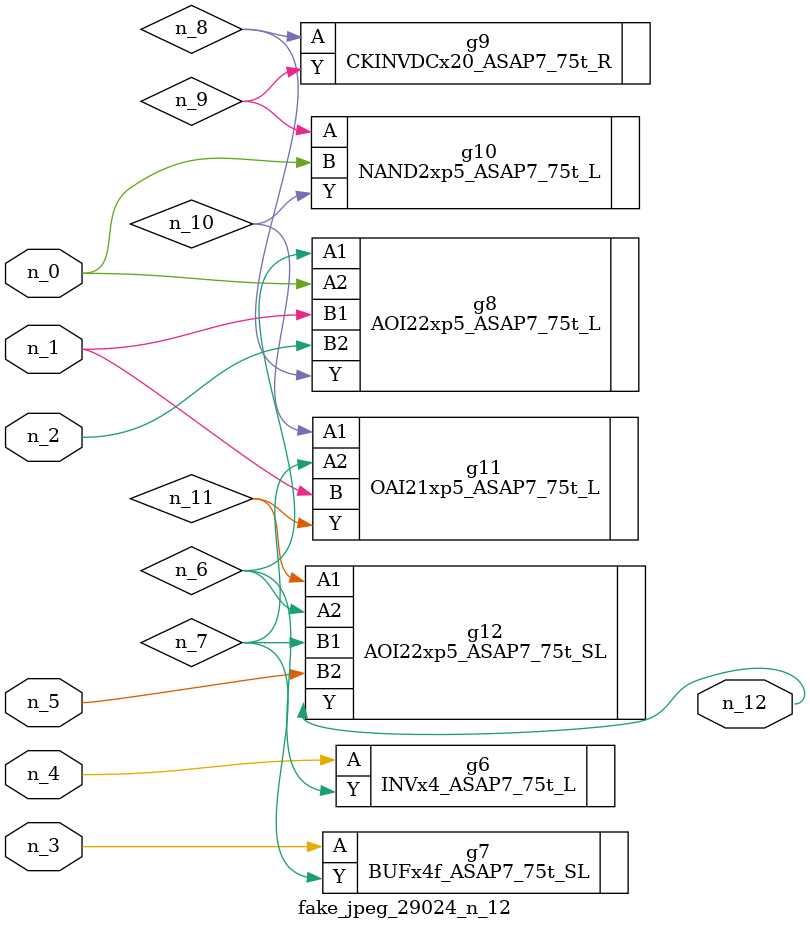
<source format=v>
module fake_jpeg_29024_n_12 (n_3, n_2, n_1, n_0, n_4, n_5, n_12);

input n_3;
input n_2;
input n_1;
input n_0;
input n_4;
input n_5;

output n_12;

wire n_11;
wire n_10;
wire n_8;
wire n_9;
wire n_6;
wire n_7;

INVx4_ASAP7_75t_L g6 ( 
.A(n_4),
.Y(n_6)
);

BUFx4f_ASAP7_75t_SL g7 ( 
.A(n_3),
.Y(n_7)
);

AOI22xp5_ASAP7_75t_L g8 ( 
.A1(n_6),
.A2(n_0),
.B1(n_1),
.B2(n_2),
.Y(n_8)
);

CKINVDCx20_ASAP7_75t_R g9 ( 
.A(n_8),
.Y(n_9)
);

NAND2xp5_ASAP7_75t_L g10 ( 
.A(n_9),
.B(n_0),
.Y(n_10)
);

OAI21xp5_ASAP7_75t_L g11 ( 
.A1(n_10),
.A2(n_7),
.B(n_1),
.Y(n_11)
);

AOI22xp5_ASAP7_75t_SL g12 ( 
.A1(n_11),
.A2(n_6),
.B1(n_7),
.B2(n_5),
.Y(n_12)
);


endmodule
</source>
